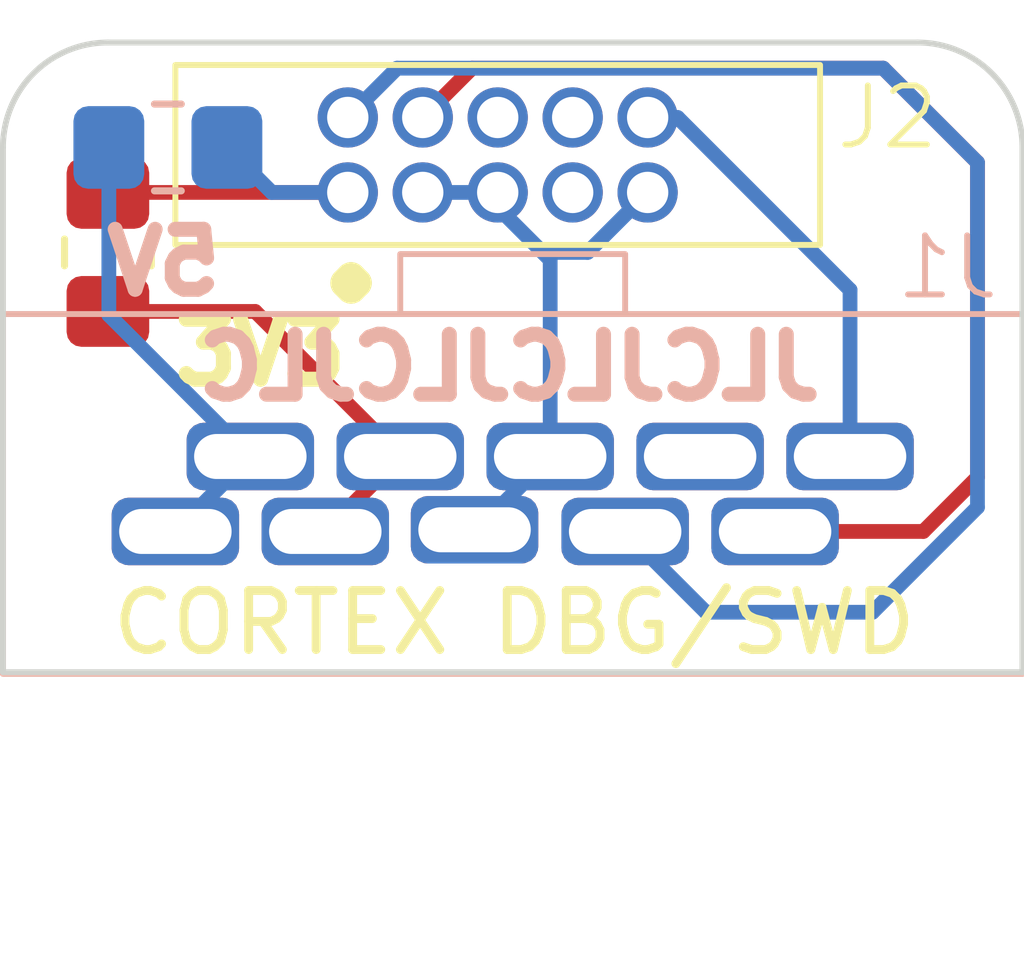
<source format=kicad_pcb>
(kicad_pcb (version 20240108) (generator "pcbnew") (generator_version "8.0")
  (layers (0 "F.Cu" signal) (31 "B.Cu" signal) (34 "B.Paste" user) (35 "F.Paste" user) (36 "B.SilkS" user "B.Silkscreen") (37 "F.SilkS" user "F.Silkscreen") (38 "B.Mask" user) (39 "F.Mask" user) (44 "Edge.Cuts" user))
  (net 0 "")
  (net 1 "/RST")
  (net 2 "/SWCLK")
  (net 4 "/SWDIO")
  (net 5 "GND")
  (net 6 "Net-(J1-3.3V-Pad7)")
  (net 7 "Net-(J1-5V-Pad10)")
  (net 8 "VCC")
  (footprint "common-components:0.05in_Ribbon_Header" (layer "F.Cu") (at 41.402 34.925)
    (property "Reference" "J2" (at 6.604 -0.635 0) (layer "F.SilkS") (effects (font (thickness 0.1))))
    (property "Value" "~")
    (fp_rect (start -5.461 -1.524) (end 5.461 1.524) (stroke (width 0.1)) (fill none) (layer "F.SilkS"))
    (fp_text user "." (at -3.302 2.54 0) (layer "F.SilkS") (effects (font (size 2.032 2.032) (thickness 0.508) (bold yes)) (justify left bottom)))
    (pad "1" thru_hole circle (at -2.54 0.635) (size 1.020013 1.020013) (drill 0.699999) (layers "*.Cu" "*.Mask") (net 8 "VCC"))
    (pad "2" thru_hole circle (at -2.54 -0.635) (size 1.020013 1.020013) (drill 0.699999) (layers "*.Cu" "*.Mask") (net 4 "/SWDIO"))
    (pad "3" thru_hole circle (at -1.27 0.635) (size 1.020013 1.020013) (drill 0.699999) (layers "*.Cu" "*.Mask") (net 5 "GND"))
    (pad "4" thru_hole circle (at -1.27 -0.635) (size 1.020013 1.020013) (drill 0.699999) (layers "*.Cu" "*.Mask") (net 2 "/SWCLK"))
    (pad "5" thru_hole circle (at 0 0.635) (size 1.020013 1.020013) (drill 0.699999) (layers "*.Cu" "*.Mask") (net 5 "GND"))
    (pad "6" thru_hole circle (at 0 -0.635) (size 1.020013 1.020013) (drill 0.699999) (layers "*.Cu" "*.Mask"))
    (pad "7" thru_hole circle (at 1.27 0.635) (size 1.020013 1.020013) (drill 0.699999) (layers "*.Cu" "*.Mask"))
    (pad "8" thru_hole circle (at 1.27 -0.635) (size 1.020013 1.020013) (drill 0.699999) (layers "*.Cu" "*.Mask"))
    (pad "9" thru_hole circle (at 2.54 0.635) (size 1.020013 1.020013) (drill 0.699999) (layers "*.Cu" "*.Mask") (net 5 "GND"))
    (pad "10" thru_hole circle (at 2.54 -0.635) (size 1.020013 1.020013) (drill 0.699999) (layers "*.Cu" "*.Mask") (net 1 "/RST"))
  )
  (footprint "Resistor_SMD:R_0805_2012Metric_Pad1.20x1.40mm_HandSolder" (layer "F.Cu") (at 34.798 36.576 90)
    (property "Reference" "R1" (hide yes))
    (property "Value" "0")
    (fp_line (start -0.227064 -0.735) (end 0.227064 -0.735) (stroke (width 0.12)) (layer "F.SilkS"))
    (fp_line (start -0.227064 0.735) (end 0.227064 0.735) (stroke (width 0.12)) (layer "F.SilkS"))
    (pad "1" smd roundrect (at -1 0 90) (size 1.2 1.4) (layers "F.Cu" "F.Paste" "F.Mask") (roundrect_rratio 0.208333) (net 6 "Net-(J1-3.3V-Pad7)"))
    (pad "2" smd roundrect (at 1 0 90) (size 1.2 1.4) (layers "F.Cu" "F.Paste" "F.Mask") (roundrect_rratio 0.208333) (net 8 "VCC"))
  )
  (footprint "common-components:STLINK_Header" (layer "B.Cu") (at 41.656 40.668465 180)
    (property "Reference" "J1" (at -7.366 3.838465 0) (layer "B.SilkS") (effects (font (thickness 0.1)) (justify mirror)))
    (property "Value" "~")
    (fp_rect (start -1.905 4.064) (end 1.905 3.048) (stroke (width 0.1)) (fill none) (layer "B.SilkS"))
    (fp_rect (start -8.636 3.048) (end 8.636 -3.048) (stroke (width 0.1)) (fill none) (layer "B.SilkS"))
    (pad "1" thru_hole roundrect (at -5.715 0.635 180) (size 2.159 1.143) (drill oval 1.905 0.762) (layers "*.Cu" "*.Mask") (net 1 "/RST"))
    (pad "2" thru_hole roundrect (at -4.445 -0.635 180) (size 2.159 1.143) (drill oval 1.905 0.762) (layers "*.Cu" "*.Mask") (net 2 "/SWCLK"))
    (pad "3" thru_hole roundrect (at -3.175 0.635 180) (size 2.159 1.143) (drill oval 1.905 0.762) (layers "*.Cu" "*.Mask"))
    (pad "4" thru_hole roundrect (at -1.905 -0.635 180) (size 2.159 1.143) (drill oval 1.905 0.762) (layers "*.Cu" "*.Mask") (net 4 "/SWDIO"))
    (pad "5" thru_hole roundrect (at -0.635 0.635 180) (size 2.159 1.143) (drill oval 1.905 0.762) (layers "*.Cu" "*.Mask") (net 5 "GND"))
    (pad "6" thru_hole roundrect (at 0.646429 -0.606535 180) (size 2.159 1.143) (drill oval 1.905 0.762) (layers "*.Cu" "*.Mask") (net 5 "GND"))
    (pad "7" thru_hole roundrect (at 1.905 0.635 180) (size 2.159 1.143) (drill oval 1.905 0.762) (layers "*.Cu" "*.Mask") (net 6 "Net-(J1-3.3V-Pad7)"))
    (pad "8" thru_hole roundrect (at 3.175 -0.635 180) (size 2.159 1.143) (drill oval 1.905 0.762) (layers "*.Cu" "*.Mask") (net 6 "Net-(J1-3.3V-Pad7)"))
    (pad "9" thru_hole roundrect (at 4.445 0.635 180) (size 2.159 1.143) (drill oval 1.905 0.762) (layers "*.Cu" "*.Mask") (net 7 "Net-(J1-5V-Pad10)"))
    (pad "10" thru_hole roundrect (at 5.715 -0.635 180) (size 2.159 1.143) (drill oval 1.905 0.762) (layers "*.Cu" "*.Mask") (net 7 "Net-(J1-5V-Pad10)"))
  )
  (footprint "Resistor_SMD:R_0805_2012Metric_Pad1.20x1.40mm_HandSolder" (layer "B.Cu") (at 35.814 34.798)
    (property "Reference" "R2" (hide yes))
    (property "Value" "0")
    (fp_line (start -0.227064 -0.735) (end 0.227064 -0.735) (stroke (width 0.12)) (layer "B.SilkS"))
    (fp_line (start -0.227064 0.735) (end 0.227064 0.735) (stroke (width 0.12)) (layer "B.SilkS"))
    (pad "1" smd roundrect (at -1 0) (size 1.2 1.4) (layers "B.Cu" "B.Paste" "B.Mask") (roundrect_rratio 0.208333) (net 7 "Net-(J1-5V-Pad10)"))
    (pad "2" smd roundrect (at 1 0) (size 1.2 1.4) (layers "B.Cu" "B.Paste" "B.Mask") (roundrect_rratio 0.208333) (net 8 "VCC"))
  )
  (gr_arc (start 33.02 34.798) (mid 33.540764 33.540764) (end 34.798 33.02) (stroke (width 0.1)) (layer "Edge.Cuts"))
  (gr_line (start 34.798 33.02) (end 48.514 33.02) (stroke (width 0.1)) (layer "Edge.Cuts"))
  (gr_line (start 33.02 43.688) (end 33.02 34.798) (stroke (width 0.1)) (layer "Edge.Cuts"))
  (gr_arc (start 48.514 33.02) (mid 49.771236 33.540764) (end 50.292 34.798) (stroke (width 0.1)) (layer "Edge.Cuts"))
  (gr_line (start 50.292 34.798) (end 50.292 43.688) (stroke (width 0.1)) (layer "Edge.Cuts"))
  (gr_line (start 50.292 43.688) (end 33.02 43.688) (stroke (width 0.1)) (layer "Edge.Cuts"))
  (gr_text "5V" (at 36.83 37.338 0) (layer "B.SilkS") (effects (font (size 1.016 1.016) (thickness 0.254) (bold yes)) (justify left bottom mirror)))
  (gr_text "JLCJLCJLCJLC" (at 46.99 39.116 0) (layer "B.SilkS") (effects (font (size 1.016 1.016) (thickness 0.254) (bold yes)) (justify left bottom mirror)))
  (gr_text "3V3" (at 35.814 38.862 0) (layer "F.SilkS") (effects (font (size 1.016 1.016) (thickness 0.254) (bold yes)) (justify left bottom)))
  (gr_text "CORTEX DBG/SWD" (at 34.798 43.434 0) (layer "F.SilkS") (effects (font (size 1 1)) (justify left bottom)))
  (segment (start 47.371 40.033465) (end 47.371 37.211) (width 0.25) (layer "B.Cu") (net 1))
  (segment (start 44.45 34.29) (end 43.942 34.29) (width 0.25) (layer "B.Cu") (net 1))
  (segment (start 47.371 37.211) (end 44.45 34.29) (width 0.25) (layer "B.Cu") (net 1))
  (segment (start 48.612535 41.303465) (end 49.53 40.386) (width 0.25) (layer "F.Cu") (net 2))
  (segment (start 49.53 35.052) (end 47.932994 33.454994) (width 0.25) (layer "F.Cu") (net 2))
  (segment (start 47.932994 33.454994) (end 40.967006 33.454994) (width 0.25) (layer "F.Cu") (net 2))
  (segment (start 46.101 41.303465) (end 48.612535 41.303465) (width 0.25) (layer "F.Cu") (net 2))
  (segment (start 49.53 40.386) (end 49.53 35.052) (width 0.25) (layer "F.Cu") (net 2))
  (segment (start 40.967006 33.454994) (end 40.132 34.29) (width 0.25) (layer "F.Cu") (net 2))
  (segment (start 49.53 35.052) (end 47.932994 33.454994) (width 0.25) (layer "B.Cu") (net 4))
  (segment (start 47.752 42.672) (end 49.53 40.894) (width 0.25) (layer "B.Cu") (net 4))
  (segment (start 43.561 41.303465) (end 44.929535 42.672) (width 0.25) (layer "B.Cu") (net 4))
  (segment (start 47.932994 33.454994) (end 39.697006 33.454994) (width 0.25) (layer "B.Cu") (net 4))
  (segment (start 49.53 40.894) (end 49.53 35.052) (width 0.25) (layer "B.Cu") (net 4))
  (segment (start 44.929535 42.672) (end 47.752 42.672) (width 0.25) (layer "B.Cu") (net 4))
  (segment (start 39.697006 33.454994) (end 38.862 34.29) (width 0.25) (layer "B.Cu") (net 4))
  (segment (start 42.291 40.033465) (end 42.291 36.703) (width 0.25) (layer "B.Cu") (net 5))
  (segment (start 41.402 35.814) (end 41.402 35.56) (width 0.25) (layer "B.Cu") (net 5))
  (segment (start 41.402 35.56) (end 40.132 35.56) (width 0.25) (layer "B.Cu") (net 5))
  (segment (start 41.049465 41.275) (end 42.291 40.033465) (width 0.25) (layer "B.Cu") (net 5))
  (segment (start 42.291 36.703) (end 41.402 35.814) (width 0.25) (layer "B.Cu") (net 5))
  (segment (start 42.926 36.576) (end 43.942 35.56) (width 0.25) (layer "B.Cu") (net 5))
  (segment (start 42.291 36.576) (end 42.926 36.576) (width 0.25) (layer "B.Cu") (net 5))
  (segment (start 41.009571 41.275) (end 41.049465 41.275) (width 0.25) (layer "B.Cu") (net 5))
  (segment (start 39.751 40.033465) (end 37.293535 37.576) (width 0.25) (layer "F.Cu") (net 6))
  (segment (start 37.293535 37.576) (end 34.798 37.576) (width 0.25) (layer "F.Cu") (net 6))
  (segment (start 38.481 41.303465) (end 39.751 40.033465) (width 0.25) (layer "F.Cu") (net 6))
  (segment (start 34.814 37.636465) (end 34.814 34.798) (width 0.25) (layer "B.Cu") (net 7))
  (segment (start 37.211 40.033465) (end 34.814 37.636465) (width 0.25) (layer "B.Cu") (net 7))
  (segment (start 35.941 41.303465) (end 37.211 40.033465) (width 0.25) (layer "B.Cu") (net 7))
  (segment (start 34.798 35.576) (end 34.814 35.56) (width 0.25) (layer "F.Cu") (net 8))
  (segment (start 34.814 35.56) (end 38.862 35.56) (width 0.25) (layer "F.Cu") (net 8))
  (segment (start 37.576 35.56) (end 38.862 35.56) (width 0.25) (layer "B.Cu") (net 8))
  (segment (start 36.814 34.798) (end 37.576 35.56) (width 0.25) (layer "B.Cu") (net 8))
)
</source>
